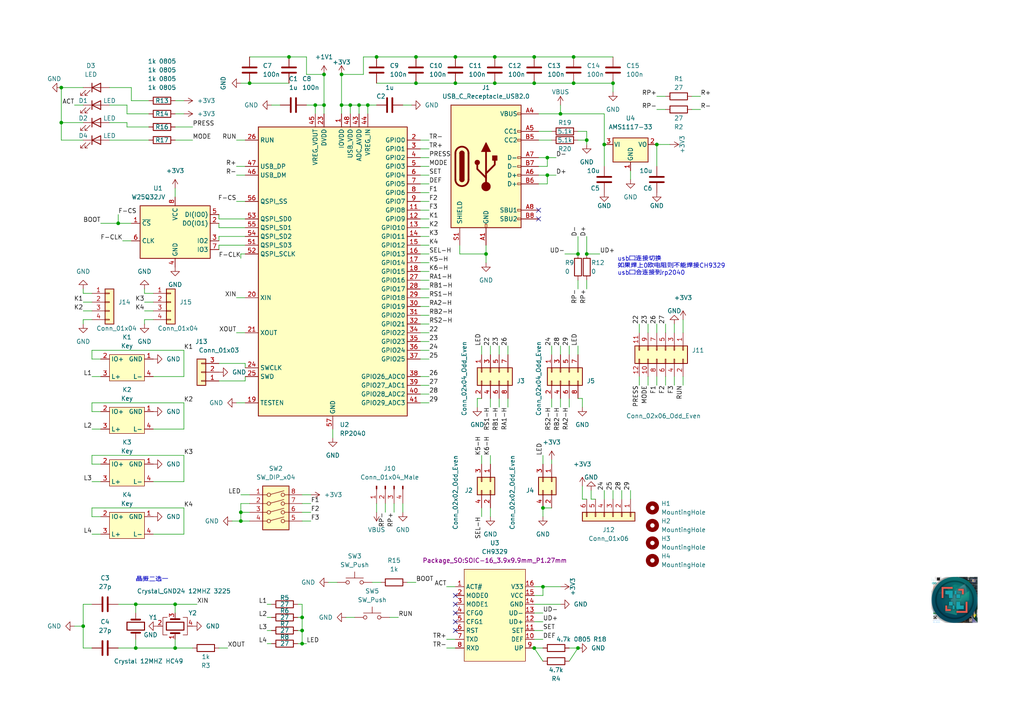
<source format=kicad_sch>
(kicad_sch (version 20211123) (generator eeschema)
  (paper "A4")
  (title_block (title "RKD-TypeC") (date "2023-02-04") (rev "37") (company "PCX-LK") (comment 1 "https://github.com/PCX-LK/RKD"))
  (junction (at 167.64 187.96))
  (junction (at 154.94 16.51))
  (junction (at 99.06 30.48))
  (junction (at 166.37 16.51))
  (junction (at 109.22 16.51))
  (junction (at 166.37 24.13))
  (junction (at 157.48 170.18))
  (junction (at 83.82 16.51))
  (junction (at 91.44 30.48))
  (junction (at 120.65 16.51))
  (junction (at 24.13 181.61))
  (junction (at 93.98 30.48))
  (junction (at 170.18 73.66))
  (junction (at 177.8 24.13))
  (junction (at 39.37 175.26))
  (junction (at 93.98 21.59))
  (junction (at 175.26 41.91))
  (junction (at 158.75 45.72))
  (junction (at 69.85 151.13))
  (junction (at 104.14 30.48))
  (junction (at 17.78 25.4))
  (junction (at 143.51 16.51))
  (junction (at 69.85 148.59))
  (junction (at 143.51 24.13))
  (junction (at 167.64 73.66))
  (junction (at 132.08 16.51))
  (junction (at 162.56 33.02))
  (junction (at 87.63 186.69))
  (junction (at 158.75 50.8))
  (junction (at 72.39 24.13))
  (junction (at 87.63 179.07))
  (junction (at 99.06 21.59))
  (junction (at 87.63 182.88))
  (junction (at 170.18 40.64))
  (junction (at 154.94 187.96))
  (junction (at 106.68 30.48))
  (junction (at 132.08 24.13))
  (junction (at 34.29 64.77))
  (junction (at 17.78 35.56))
  (junction (at 190.5 41.91))
  (junction (at 157.48 147.32))
  (junction (at 50.8 175.26))
  (junction (at 101.6 30.48))
  (junction (at 154.94 24.13))
  (junction (at 120.65 24.13))
  (junction (at 140.97 73.66))
  (junction (at 50.8 187.96))
  (junction (at 39.37 187.96))
  (no_connect (at 132.08 180.34))
  (no_connect (at 132.08 172.72))
  (no_connect (at 132.08 175.26))
  (no_connect (at 132.08 177.8))
  (no_connect (at 132.08 182.88))
  (no_connect (at 156.21 63.5))
  (no_connect (at 156.21 60.96))
  (wire (pts (xy 172.72 144.78) (xy 171.45 144.78)))
  (wire (pts (xy 29.21 149.86) (xy 26.67 149.86)))
  (wire (pts (xy 139.7 132.08) (xy 139.7 134.62)))
  (wire (pts (xy 109.22 146.05) (xy 109.22 148.59)))
  (wire (pts (xy 77.47 186.69) (xy 78.74 186.69)))
  (wire (pts (xy 170.18 38.1) (xy 170.18 40.64)))
  (wire (pts (xy 144.78 115.57) (xy 144.78 118.11)))
  (wire (pts (xy 63.5 64.77) (xy 63.5 66.04)))
  (wire (pts (xy 121.92 60.96) (xy 124.46 60.96)))
  (wire (pts (xy 121.92 88.9) (xy 124.46 88.9)))
  (wire (pts (xy 143.51 16.51) (xy 154.94 16.51)))
  (wire (pts (xy 167.64 38.1) (xy 170.18 38.1)))
  (wire (pts (xy 72.39 24.13) (xy 83.82 24.13)))
  (wire (pts (xy 87.63 143.51) (xy 90.17 143.51)))
  (wire (pts (xy 109.22 16.51) (xy 120.65 16.51)))
  (wire (pts (xy 166.37 24.13) (xy 177.8 24.13)))
  (wire (pts (xy 26.67 85.09) (xy 24.13 85.09)))
  (wire (pts (xy 26.67 104.14) (xy 26.67 101.6)))
  (wire (pts (xy 88.9 21.59) (xy 93.98 21.59)))
  (wire (pts (xy 63.5 105.41) (xy 71.12 105.41)))
  (wire (pts (xy 50.8 187.96) (xy 55.88 187.96)))
  (wire (pts (xy 140.97 71.12) (xy 140.97 73.66)))
  (wire (pts (xy 86.36 182.88) (xy 87.63 182.88)))
  (wire (pts (xy 36.83 33.02) (xy 43.18 33.02)))
  (wire (pts (xy 53.34 154.94) (xy 44.45 154.94)))
  (wire (pts (xy 63.5 71.12) (xy 71.12 71.12)))
  (wire (pts (xy 67.31 151.13) (xy 69.85 151.13)))
  (wire (pts (xy 87.63 182.88) (xy 87.63 179.07)))
  (wire (pts (xy 36.83 30.48) (xy 36.83 33.02)))
  (wire (pts (xy 142.24 149.86) (xy 142.24 147.32)))
  (wire (pts (xy 121.92 71.12) (xy 124.46 71.12)))
  (wire (pts (xy 140.97 73.66) (xy 140.97 76.2)))
  (wire (pts (xy 190.5 41.91) (xy 190.5 48.26)))
  (wire (pts (xy 162.56 30.48) (xy 162.56 33.02)))
  (wire (pts (xy 166.37 16.51) (xy 177.8 16.51)))
  (wire (pts (xy 195.58 109.22) (xy 195.58 111.76)))
  (wire (pts (xy 154.94 177.8) (xy 157.48 177.8)))
  (wire (pts (xy 63.5 63.5) (xy 71.12 63.5)))
  (wire (pts (xy 68.58 86.36) (xy 71.12 86.36)))
  (wire (pts (xy 142.24 100.33) (xy 142.24 102.87)))
  (wire (pts (xy 109.22 30.48) (xy 106.68 30.48)))
  (wire (pts (xy 99.06 21.59) (xy 105.41 21.59)))
  (wire (pts (xy 17.78 40.64) (xy 24.13 40.64)))
  (wire (pts (xy 114.3 146.05) (xy 114.3 148.59)))
  (wire (pts (xy 53.34 101.6) (xy 53.34 109.22)))
  (wire (pts (xy 50.8 175.26) (xy 57.15 175.26)))
  (wire (pts (xy 53.34 132.08) (xy 53.34 139.7)))
  (wire (pts (xy 105.41 21.59) (xy 105.41 16.51)))
  (wire (pts (xy 29.21 139.7) (xy 26.67 139.7)))
  (wire (pts (xy 157.48 147.32) (xy 160.02 147.32)))
  (wire (pts (xy 162.56 100.33) (xy 162.56 102.87)))
  (wire (pts (xy 121.92 83.82) (xy 124.46 83.82)))
  (wire (pts (xy 190.5 41.91) (xy 194.31 41.91)))
  (wire (pts (xy 29.21 109.22) (xy 26.67 109.22)))
  (wire (pts (xy 120.65 16.51) (xy 132.08 16.51)))
  (wire (pts (xy 147.32 100.33) (xy 147.32 102.87)))
  (wire (pts (xy 158.75 48.26) (xy 156.21 48.26)))
  (wire (pts (xy 39.37 187.96) (xy 39.37 185.42)))
  (wire (pts (xy 162.56 170.18) (xy 157.48 170.18)))
  (wire (pts (xy 71.12 68.58) (xy 63.5 68.58)))
  (wire (pts (xy 29.21 134.62) (xy 26.67 134.62)))
  (wire (pts (xy 71.12 73.66) (xy 69.85 73.66)))
  (wire (pts (xy 147.32 115.57) (xy 147.32 118.11)))
  (wire (pts (xy 17.78 35.56) (xy 17.78 40.64)))
  (wire (pts (xy 180.34 142.24) (xy 180.34 144.78)))
  (wire (pts (xy 63.5 187.96) (xy 66.04 187.96)))
  (wire (pts (xy 68.58 40.64) (xy 71.12 40.64)))
  (wire (pts (xy 86.36 175.26) (xy 87.63 175.26)))
  (wire (pts (xy 182.88 142.24) (xy 182.88 144.78)))
  (wire (pts (xy 198.12 92.71) (xy 198.12 96.52)))
  (wire (pts (xy 26.67 92.71) (xy 24.13 92.71)))
  (wire (pts (xy 121.92 58.42) (xy 124.46 58.42)))
  (wire (pts (xy 162.56 115.57) (xy 162.56 118.11)))
  (wire (pts (xy 50.8 54.61) (xy 50.8 57.15)))
  (wire (pts (xy 121.92 48.26) (xy 124.46 48.26)))
  (wire (pts (xy 182.88 49.53) (xy 182.88 52.07)))
  (wire (pts (xy 41.91 90.17) (xy 44.45 90.17)))
  (wire (pts (xy 156.21 45.72) (xy 158.75 45.72)))
  (wire (pts (xy 170.18 81.28) (xy 170.18 83.82)))
  (wire (pts (xy 106.68 30.48) (xy 106.68 33.02)))
  (wire (pts (xy 41.91 92.71) (xy 41.91 93.98)))
  (wire (pts (xy 50.8 33.02) (xy 53.34 33.02)))
  (wire (pts (xy 83.82 16.51) (xy 88.9 16.51)))
  (wire (pts (xy 24.13 85.09) (xy 24.13 83.82)))
  (wire (pts (xy 111.76 146.05) (xy 111.76 148.59)))
  (wire (pts (xy 87.63 148.59) (xy 90.17 148.59)))
  (wire (pts (xy 63.5 66.04) (xy 71.12 66.04)))
  (wire (pts (xy 142.24 132.08) (xy 142.24 134.62)))
  (wire (pts (xy 44.45 92.71) (xy 41.91 92.71)))
  (wire (pts (xy 99.06 21.59) (xy 99.06 30.48)))
  (wire (pts (xy 69.85 146.05) (xy 69.85 148.59)))
  (wire (pts (xy 88.9 16.51) (xy 88.9 21.59)))
  (wire (pts (xy 87.63 175.26) (xy 87.63 179.07)))
  (wire (pts (xy 171.45 144.78) (xy 171.45 142.24)))
  (wire (pts (xy 26.67 119.38) (xy 26.67 116.84)))
  (wire (pts (xy 158.75 45.72) (xy 161.29 45.72)))
  (wire (pts (xy 36.83 35.56) (xy 36.83 36.83)))
  (wire (pts (xy 104.14 30.48) (xy 106.68 30.48)))
  (wire (pts (xy 69.85 151.13) (xy 72.39 151.13)))
  (wire (pts (xy 24.13 30.48) (xy 21.59 30.48)))
  (wire (pts (xy 116.84 146.05) (xy 116.84 148.59)))
  (wire (pts (xy 121.92 116.84) (xy 124.46 116.84)))
  (wire (pts (xy 107.95 168.91) (xy 110.49 168.91)))
  (wire (pts (xy 121.92 55.88) (xy 124.46 55.88)))
  (wire (pts (xy 39.37 187.96) (xy 50.8 187.96)))
  (wire (pts (xy 87.63 186.69) (xy 88.9 186.69)))
  (wire (pts (xy 53.34 29.21) (xy 50.8 29.21)))
  (wire (pts (xy 121.92 45.72) (xy 124.46 45.72)))
  (wire (pts (xy 121.92 111.76) (xy 124.46 111.76)))
  (wire (pts (xy 63.5 63.5) (xy 63.5 62.23)))
  (wire (pts (xy 154.94 175.26) (xy 162.56 175.26)))
  (wire (pts (xy 121.92 81.28) (xy 124.46 81.28)))
  (wire (pts (xy 168.91 140.97) (xy 168.91 144.78)))
  (wire (pts (xy 78.74 30.48) (xy 81.28 30.48)))
  (wire (pts (xy 69.85 73.66) (xy 69.85 74.93)))
  (wire (pts (xy 41.91 87.63) (xy 44.45 87.63)))
  (wire (pts (xy 17.78 35.56) (xy 24.13 35.56)))
  (wire (pts (xy 170.18 73.66) (xy 173.99 73.66)))
  (wire (pts (xy 53.34 139.7) (xy 44.45 139.7)))
  (wire (pts (xy 69.85 24.13) (xy 72.39 24.13)))
  (wire (pts (xy 93.98 21.59) (xy 93.98 30.48)))
  (wire (pts (xy 198.12 109.22) (xy 198.12 111.76)))
  (wire (pts (xy 26.67 101.6) (xy 53.34 101.6)))
  (wire (pts (xy 86.36 179.07) (xy 87.63 179.07)))
  (wire (pts (xy 129.54 170.18) (xy 132.08 170.18)))
  (wire (pts (xy 154.94 170.18) (xy 157.48 170.18)))
  (wire (pts (xy 190.5 109.22) (xy 190.5 111.76)))
  (wire (pts (xy 121.92 91.44) (xy 124.46 91.44)))
  (wire (pts (xy 157.48 149.86) (xy 157.48 147.32)))
  (wire (pts (xy 50.8 40.64) (xy 55.88 40.64)))
  (wire (pts (xy 29.21 64.77) (xy 34.29 64.77)))
  (wire (pts (xy 29.21 154.94) (xy 26.67 154.94)))
  (wire (pts (xy 129.54 185.42) (xy 132.08 185.42)))
  (wire (pts (xy 50.8 175.26) (xy 50.8 177.8)))
  (wire (pts (xy 71.12 109.22) (xy 71.12 110.49)))
  (wire (pts (xy 105.41 16.51) (xy 109.22 16.51)))
  (wire (pts (xy 200.66 27.94) (xy 203.2 27.94)))
  (wire (pts (xy 71.12 105.41) (xy 71.12 106.68)))
  (wire (pts (xy 96.52 124.46) (xy 96.52 127)))
  (wire (pts (xy 24.13 90.17) (xy 26.67 90.17)))
  (wire (pts (xy 132.08 24.13) (xy 143.51 24.13)))
  (wire (pts (xy 143.51 24.13) (xy 154.94 24.13)))
  (wire (pts (xy 104.14 30.48) (xy 104.14 33.02)))
  (wire (pts (xy 157.48 182.88) (xy 154.94 182.88)))
  (wire (pts (xy 185.42 93.98) (xy 185.42 96.52)))
  (wire (pts (xy 129.54 187.96) (xy 132.08 187.96)))
  (wire (pts (xy 160.02 115.57) (xy 160.02 118.11)))
  (wire (pts (xy 101.6 30.48) (xy 104.14 30.48)))
  (wire (pts (xy 53.34 124.46) (xy 44.45 124.46)))
  (wire (pts (xy 165.1 115.57) (xy 165.1 118.11)))
  (wire (pts (xy 109.22 24.13) (xy 120.65 24.13)))
  (wire (pts (xy 31.75 30.48) (xy 36.83 30.48)))
  (wire (pts (xy 121.92 63.5) (xy 124.46 63.5)))
  (wire (pts (xy 154.94 187.96) (xy 157.48 191.77)))
  (wire (pts (xy 162.56 33.02) (xy 175.26 33.02)))
  (wire (pts (xy 121.92 78.74) (xy 124.46 78.74)))
  (wire (pts (xy 121.92 99.06) (xy 124.46 99.06)))
  (wire (pts (xy 156.21 33.02) (xy 162.56 33.02)))
  (wire (pts (xy 39.37 175.26) (xy 50.8 175.26)))
  (wire (pts (xy 157.48 132.08) (xy 157.48 134.62)))
  (wire (pts (xy 193.04 109.22) (xy 193.04 111.76)))
  (wire (pts (xy 63.5 72.39) (xy 63.5 71.12)))
  (wire (pts (xy 88.9 30.48) (xy 91.44 30.48)))
  (wire (pts (xy 165.1 191.77) (xy 167.64 187.96)))
  (wire (pts (xy 17.78 25.4) (xy 17.78 35.56)))
  (wire (pts (xy 87.63 146.05) (xy 90.17 146.05)))
  (wire (pts (xy 38.1 29.21) (xy 38.1 25.4)))
  (wire (pts (xy 158.75 50.8) (xy 161.29 50.8)))
  (wire (pts (xy 177.8 142.24) (xy 177.8 144.78)))
  (wire (pts (xy 158.75 45.72) (xy 158.75 48.26)))
  (wire (pts (xy 99.06 30.48) (xy 101.6 30.48)))
  (wire (pts (xy 200.66 31.75) (xy 203.2 31.75)))
  (wire (pts (xy 160.02 133.35) (xy 160.02 134.62)))
  (wire (pts (xy 68.58 50.8) (xy 71.12 50.8)))
  (wire (pts (xy 154.94 187.96) (xy 157.48 187.96)))
  (wire (pts (xy 154.94 16.51) (xy 166.37 16.51)))
  (wire (pts (xy 177.8 24.13) (xy 177.8 26.67)))
  (wire (pts (xy 69.85 148.59) (xy 72.39 148.59)))
  (wire (pts (xy 154.94 185.42) (xy 157.48 185.42)))
  (wire (pts (xy 139.7 100.33) (xy 139.7 102.87)))
  (wire (pts (xy 24.13 175.26) (xy 24.13 181.61)))
  (wire (pts (xy 26.67 149.86) (xy 26.67 147.32)))
  (wire (pts (xy 163.83 73.66) (xy 167.64 73.66)))
  (wire (pts (xy 121.92 68.58) (xy 124.46 68.58)))
  (wire (pts (xy 175.26 41.91) (xy 175.26 48.26)))
  (wire (pts (xy 187.96 93.98) (xy 187.96 96.52)))
  (wire (pts (xy 154.94 172.72) (xy 157.48 172.72)))
  (wire (pts (xy 26.67 175.26) (xy 24.13 175.26)))
  (wire (pts (xy 69.85 148.59) (xy 69.85 151.13)))
  (wire (pts (xy 175.26 33.02) (xy 175.26 41.91)))
  (wire (pts (xy 121.92 101.6) (xy 124.46 101.6)))
  (wire (pts (xy 165.1 100.33) (xy 165.1 102.87)))
  (wire (pts (xy 113.03 179.07) (xy 115.57 179.07)))
  (wire (pts (xy 121.92 73.66) (xy 124.46 73.66)))
  (wire (pts (xy 31.75 35.56) (xy 36.83 35.56)))
  (wire (pts (xy 17.78 25.4) (xy 24.13 25.4)))
  (wire (pts (xy 39.37 175.26) (xy 39.37 177.8)))
  (wire (pts (xy 168.91 115.57) (xy 168.91 118.11)))
  (wire (pts (xy 132.08 16.51) (xy 143.51 16.51)))
  (wire (pts (xy 72.39 16.51) (xy 83.82 16.51)))
  (wire (pts (xy 170.18 68.58) (xy 170.18 73.66)))
  (wire (pts (xy 77.47 179.07) (xy 78.74 179.07)))
  (wire (pts (xy 34.29 64.77) (xy 38.1 64.77)))
  (wire (pts (xy 170.18 40.64) (xy 170.18 41.91)))
  (wire (pts (xy 68.58 96.52) (xy 71.12 96.52)))
  (wire (pts (xy 167.64 68.58) (xy 167.64 73.66)))
  (wire (pts (xy 91.44 30.48) (xy 91.44 33.02)))
  (wire (pts (xy 99.06 33.02) (xy 99.06 30.48)))
  (wire (pts (xy 142.24 115.57) (xy 142.24 118.11)))
  (wire (pts (xy 36.83 36.83) (xy 43.18 36.83)))
  (wire (pts (xy 41.91 83.82) (xy 41.91 85.09)))
  (wire (pts (xy 87.63 186.69) (xy 87.63 182.88)))
  (wire (pts (xy 167.64 81.28) (xy 167.64 83.82)))
  (wire (pts (xy 26.67 147.32) (xy 53.34 147.32)))
  (wire (pts (xy 167.64 40.64) (xy 170.18 40.64)))
  (wire (pts (xy 95.25 168.91) (xy 97.79 168.91)))
  (wire (pts (xy 53.34 116.84) (xy 53.34 124.46)))
  (wire (pts (xy 121.92 43.18) (xy 124.46 43.18)))
  (wire (pts (xy 69.85 146.05) (xy 72.39 146.05)))
  (wire (pts (xy 21.59 181.61) (xy 24.13 181.61)))
  (wire (pts (xy 167.64 115.57) (xy 168.91 115.57)))
  (wire (pts (xy 77.47 175.26) (xy 78.74 175.26)))
  (wire (pts (xy 63.5 110.49) (xy 71.12 110.49)))
  (wire (pts (xy 139.7 115.57) (xy 138.43 115.57)))
  (wire (pts (xy 86.36 186.69) (xy 87.63 186.69)))
  (wire (pts (xy 121.92 93.98) (xy 124.46 93.98)))
  (wire (pts (xy 121.92 76.2) (xy 124.46 76.2)))
  (wire (pts (xy 34.29 62.23) (xy 34.29 64.77)))
  (wire (pts (xy 133.35 73.66) (xy 140.97 73.66)))
  (wire (pts (xy 120.65 24.13) (xy 132.08 24.13)))
  (wire (pts (xy 34.29 187.96) (xy 39.37 187.96)))
  (wire (pts (xy 35.56 69.85) (xy 38.1 69.85)))
  (wire (pts (xy 121.92 40.64) (xy 124.46 40.64)))
  (wire (pts (xy 77.47 182.88) (xy 78.74 182.88)))
  (wire (pts (xy 53.34 147.32) (xy 53.34 154.94)))
  (wire (pts (xy 139.7 149.86) (xy 139.7 147.32)))
  (wire (pts (xy 133.35 71.12) (xy 133.35 73.66)))
  (wire (pts (xy 187.96 109.22) (xy 187.96 111.76)))
  (wire (pts (xy 154.94 24.13) (xy 166.37 24.13)))
  (wire (pts (xy 154.94 180.34) (xy 157.48 180.34)))
  (wire (pts (xy 121.92 50.8) (xy 124.46 50.8)))
  (wire (pts (xy 43.18 29.21) (xy 38.1 29.21)))
  (wire (pts (xy 29.21 119.38) (xy 26.67 119.38)))
  (wire (pts (xy 69.85 143.51) (xy 72.39 143.51)))
  (wire (pts (xy 157.48 172.72) (xy 157.48 170.18)))
  (wire (pts (xy 185.42 109.22) (xy 185.42 111.76)))
  (wire (pts (xy 29.21 104.14) (xy 26.67 104.14)))
  (wire (pts (xy 50.8 36.83) (xy 55.88 36.83)))
  (wire (pts (xy 190.5 31.75) (xy 193.04 31.75)))
  (wire (pts (xy 121.92 109.22) (xy 124.46 109.22)))
  (wire (pts (xy 156.21 40.64) (xy 160.02 40.64)))
  (wire (pts (xy 24.13 87.63) (xy 26.67 87.63)))
  (wire (pts (xy 63.5 68.58) (xy 63.5 69.85)))
  (wire (pts (xy 168.91 144.78) (xy 170.18 144.78)))
  (wire (pts (xy 156.21 38.1) (xy 160.02 38.1)))
  (wire (pts (xy 144.78 100.33) (xy 144.78 102.87)))
  (wire (pts (xy 118.11 168.91) (xy 120.65 168.91)))
  (wire (pts (xy 24.13 181.61) (xy 24.13 187.96)))
  (wire (pts (xy 31.75 25.4) (xy 38.1 25.4)))
  (wire (pts (xy 24.13 92.71) (xy 24.13 93.98)))
  (wire (pts (xy 193.04 93.98) (xy 193.04 96.52)))
  (wire (pts (xy 190.5 27.94) (xy 193.04 27.94)))
  (wire (pts (xy 190.5 93.98) (xy 190.5 96.52)))
  (wire (pts (xy 165.1 187.96) (xy 167.64 187.96)))
  (wire (pts (xy 121.92 114.3) (xy 124.46 114.3)))
  (wire (pts (xy 195.58 93.98) (xy 195.58 96.52)))
  (wire (pts (xy 93.98 33.02) (xy 93.98 30.48)))
  (wire (pts (xy 160.02 100.33) (xy 160.02 102.87)))
  (wire (pts (xy 34.29 175.26) (xy 39.37 175.26)))
  (wire (pts (xy 121.92 66.04) (xy 124.46 66.04)))
  (wire (pts (xy 116.84 30.48) (xy 119.38 30.48)))
  (wire (pts (xy 101.6 30.48) (xy 101.6 33.02)))
  (wire (pts (xy 68.58 48.26) (xy 71.12 48.26)))
  (wire (pts (xy 50.8 185.42) (xy 50.8 187.96)))
  (wire (pts (xy 138.43 115.57) (xy 138.43 118.11)))
  (wire (pts (xy 156.21 50.8) (xy 158.75 50.8)))
  (wire (pts (xy 68.58 116.84) (xy 71.12 116.84)))
  (wire (pts (xy 93.98 30.48) (xy 91.44 30.48)))
  (wire (pts (xy 158.75 53.34) (xy 156.21 53.34)))
  (wire (pts (xy 41.91 85.09) (xy 44.45 85.09)))
  (wire (pts (xy 121.92 96.52) (xy 124.46 96.52)))
  (wire (pts (xy 87.63 151.13) (xy 90.17 151.13)))
  (wire (pts (xy 26.67 132.08) (xy 53.34 132.08)))
  (wire (pts (xy 26.67 134.62) (xy 26.67 132.08)))
  (wire (pts (xy 31.75 40.64) (xy 43.18 40.64)))
  (wire (pts (xy 29.21 124.46) (xy 26.67 124.46)))
  (wire (pts (xy 167.64 100.33) (xy 167.64 102.87)))
  (wire (pts (xy 26.67 116.84) (xy 53.34 116.84)))
  (wire (pts (xy 121.92 104.14) (xy 124.46 104.14)))
  (wire (pts (xy 68.58 58.42) (xy 71.12 58.42)))
  (wire (pts (xy 121.92 53.34) (xy 124.46 53.34)))
  (wire (pts (xy 24.13 187.96) (xy 26.67 187.96)))
  (wire (pts (xy 100.33 179.07) (xy 102.87 179.07)))
  (wire (pts (xy 121.92 86.36) (xy 124.46 86.36)))
  (wire (pts (xy 175.26 142.24) (xy 175.26 144.78)))
  (wire (pts (xy 53.34 109.22) (xy 44.45 109.22)))
  (wire (pts (xy 158.75 50.8) (xy 158.75 53.34)))
  (image (at 276.86 173.99) (scale 0.145832))
  (text "usb口连接切换\n如果焊上0欧电阻则不能焊接CH9329\nusb口会连接到rp2040" (at 179.07 80.01 0) (effects (font (size 1.27 1.27)) (justify left bottom)))
  (text "晶振二选一" (at 39.37 168.91 0) (effects (font (size 1.27 1.27)) (justify left bottom)))
  (label "RUN" (at 68.58 40.64 180))
  (label "22" (at 142.24 100.33 90))
  (label "L3" (at 77.47 182.88 180))
  (label "R-" (at 203.2 31.75 0))
  (label "24" (at 175.26 142.24 90))
  (label "BOOT" (at 29.21 64.77 180))
  (label "RB2-H" (at 162.56 118.11 270))
  (label "29" (at 165.1 100.33 90))
  (label "UD+" (at 173.99 73.66 0))
  (label "PRESS" (at 55.88 36.83 0))
  (label "RS2-H" (at 160.02 118.11 270))
  (label "K4" (at 41.91 90.17 180))
  (label "F1" (at 124.46 55.88 0))
  (label "RP+" (at 190.5 27.94 180))
  (label "22" (at 185.42 93.98 90))
  (label "25" (at 124.46 104.14 0))
  (label "R-" (at 68.58 50.8 180))
  (label "RA2-H" (at 124.46 88.9 0))
  (label "K6-H" (at 142.24 132.08 90))
  (label "RA1-H" (at 124.46 81.28 0))
  (label "F1" (at 90.17 146.05 0))
  (label "K2" (at 124.46 66.04 0))
  (label "27" (at 193.04 93.98 90))
  (label "L2" (at 77.47 179.07 180))
  (label "PRESS" (at 124.46 45.72 0))
  (label "RP-" (at 111.76 148.59 270))
  (label "28" (at 162.56 100.33 90))
  (label "RP+" (at 170.18 83.82 270))
  (label "UD-" (at 163.83 73.66 180))
  (label "LED" (at 88.9 186.69 0))
  (label "RP+" (at 114.3 148.59 270))
  (label "24" (at 160.02 100.33 90))
  (label "TR+" (at 124.46 43.18 0))
  (label "22" (at 124.46 96.52 0))
  (label "RB1-H" (at 124.46 83.82 0))
  (label "F-CS" (at 68.58 58.42 180))
  (label "RA1-H" (at 147.32 118.11 270))
  (label "BOOT" (at 120.65 168.91 0))
  (label "28" (at 124.46 114.3 0))
  (label "LED" (at 139.7 100.33 90))
  (label "K4" (at 53.34 147.32 0))
  (label "UD+" (at 157.48 180.34 0))
  (label "R+" (at 203.2 27.94 0))
  (label "XOUT" (at 68.58 96.52 180))
  (label "K3" (at 53.34 132.08 0))
  (label "26" (at 124.46 109.22 0))
  (label "F3" (at 124.46 60.96 0))
  (label "K5-H" (at 139.7 132.08 90))
  (label "RB1-H" (at 144.78 118.11 270))
  (label "K3" (at 41.91 87.63 180))
  (label "24" (at 124.46 101.6 0))
  (label "PRESS" (at 185.42 111.76 270))
  (label "RS1-H" (at 142.24 118.11 270))
  (label "SEL-H" (at 139.7 149.86 270))
  (label "L3" (at 26.67 139.7 180))
  (label "28" (at 180.34 142.24 90))
  (label "L4" (at 26.67 154.94 180))
  (label "27" (at 124.46 111.76 0))
  (label "F-CLK" (at 69.85 74.93 180))
  (label "29" (at 182.88 142.24 90))
  (label "23" (at 144.78 100.33 90))
  (label "XIN" (at 57.15 175.26 0))
  (label "K2" (at 53.34 116.84 0))
  (label "25" (at 177.8 142.24 90))
  (label "D+" (at 161.29 50.8 0))
  (label "DEF" (at 124.46 53.34 0))
  (label "K4" (at 124.46 71.12 0))
  (label "R+" (at 68.58 48.26 180))
  (label "F1" (at 190.5 111.76 270))
  (label "RS1-H" (at 124.46 86.36 0))
  (label "MODE" (at 187.96 111.76 270))
  (label "LED" (at 167.64 100.33 90))
  (label "SET" (at 157.48 182.88 0))
  (label "UD-" (at 157.48 177.8 0))
  (label "K1" (at 124.46 63.5 0))
  (label "F-CLK" (at 35.56 69.85 180))
  (label "26" (at 147.32 100.33 90))
  (label "SEL-H" (at 124.46 73.66 0))
  (label "DEF" (at 157.48 185.42 0))
  (label "TR-" (at 129.54 187.96 180))
  (label "23" (at 187.96 93.98 90))
  (label "XOUT" (at 66.04 187.96 0))
  (label "F-CS" (at 34.29 62.23 0))
  (label "MODE" (at 124.46 48.26 0))
  (label "F2" (at 193.04 111.76 270))
  (label "K5-H" (at 124.46 76.2 0))
  (label "F3" (at 195.58 111.76 270))
  (label "F2" (at 124.46 58.42 0))
  (label "MODE" (at 55.88 40.64 0))
  (label "K3" (at 124.46 68.58 0))
  (label "K2" (at 24.13 90.17 180))
  (label "ACT" (at 129.54 170.18 180))
  (label "RS2-H" (at 124.46 93.98 0))
  (label "D-" (at 161.29 45.72 0))
  (label "TR-" (at 124.46 40.64 0))
  (label "RP-" (at 190.5 31.75 180))
  (label "29" (at 124.46 116.84 0))
  (label "SET" (at 124.46 50.8 0))
  (label "L1" (at 26.67 109.22 180))
  (label "F3" (at 90.17 151.13 0))
  (label "RP-" (at 167.64 83.82 270))
  (label "K1" (at 24.13 87.63 180))
  (label "L2" (at 26.67 124.46 180))
  (label "RB2-H" (at 124.46 91.44 0))
  (label "23" (at 124.46 99.06 0))
  (label "K6-H" (at 124.46 78.74 0))
  (label "D+" (at 170.18 68.58 90))
  (label "L1" (at 77.47 175.26 180))
  (label "LED" (at 157.48 132.08 90))
  (label "D-" (at 167.64 68.58 90))
  (label "F2" (at 90.17 148.59 0))
  (label "L4" (at 77.47 186.69 180))
  (label "RUN" (at 115.57 179.07 0))
  (label "XIN" (at 68.58 86.36 180))
  (label "26" (at 190.5 93.98 90))
  (label "LED" (at 69.85 143.51 180))
  (label "RA2-H" (at 165.1 118.11 270))
  (label "TR+" (at 129.54 185.42 180))
  (label "RUN" (at 198.12 111.76 270))
  (label "K1" (at 53.34 101.6 0))
  (label "ACT" (at 21.59 30.48 180))
  (symbol (lib_id "Device:R") (at 196.85 31.75 270) (unit 1)
    (property "Reference" "R2" (at 196.85 36.83 90))
    (property "Value" "27" (at 196.85 34.29 90))
    (property "Footprint" "Resistor_SMD:R_0805_2012Metric" (effects hide))
  )
  (symbol (lib_id "power:+1V1") (at 93.98 21.59 0) (unit 1)
    (property "Reference" "#PWR0109" (effects hide))
    (property "Value" "+1V1" (at 93.98 16.51 0))
  )
  (symbol (lib_id "power:+3V3") (at 53.34 29.21 270) (unit 1)
    (property "Reference" "#PWR04" (effects hide))
    (property "Value" "+3V3" (at 57.15 29.2101 90) (effects (justify left)))
  )
  (symbol (lib_id "power:GND") (at 44.45 149.86 90) (mirror x) (unit 1)
    (property "Reference" "#PWR0128" (effects hide))
    (property "Value" "GND" (at 48.26 149.8599 90) (effects (justify right)))
  )
  (symbol (lib_id "power:GND") (at 167.64 187.96 90) (unit 1)
    (property "Reference" "#PWR0114" (effects hide))
    (property "Value" "GND" (at 171.45 187.9599 90) (effects (justify right)))
  )
  (symbol (lib_id "Device:R") (at 46.99 29.21 90) (unit 1)
    (property "Reference" "R13" (at 46.99 29.21 90))
    (property "Value" "1k 0805" (at 46.99 17.78 90))
    (property "Footprint" "Resistor_SMD:R_0805_2012Metric" (effects hide))
  )
  (symbol (lib_id "Device:C") (at 83.82 20.32 180) (unit 1)
    (property "Reference" "C8" (at 87.63 22.86 0) (effects (justify right)))
    (property "Value" "100n" (at 87.63 25.4 0) (effects (justify right)))
    (property "Footprint" "Capacitor_SMD:C_0805_2012Metric" (effects hide))
  )
  (symbol (lib_id "Switch:SW_Push") (at 107.95 179.07 0) (unit 1)
    (property "Reference" "SW5" (at 107.95 171.45 0))
    (property "Value" "SW_Push" (at 107.95 173.99 0))
    (property "Footprint" "Button_Switch_SMD:SW_Push_1P1T_NO_6x6mm_H9.5mm" (effects hide))
  )
  (symbol (lib_id "Device:R") (at 114.3 168.91 90) (unit 1)
    (property "Reference" "R15" (at 114.3 162.56 90))
    (property "Value" "1k" (at 114.3 165.1 90))
    (property "Footprint" "Resistor_SMD:R_0805_2012Metric" (effects hide))
  )
  (symbol (lib_id "Mechanical:MountingHole") (at 189.23 147.32 0) (unit 1)
    (property "Reference" "H1" (at 191.77 146.0499 0) (effects (justify left)))
    (property "Value" "MountingHole" (at 191.77 148.5899 0) (effects (justify left)))
    (property "Footprint" "foot:HO" (effects hide))
  )
  (symbol (lib_id "power:GND") (at 95.25 168.91 270) (unit 1)
    (property "Reference" "#PWR0141" (effects hide))
    (property "Value" "GND" (at 91.44 168.9099 90) (effects (justify right)))
  )
  (symbol (lib_id "Connector_Generic:Conn_01x06") (at 177.8 149.86 270) (unit 1)
    (property "Reference" "J12" (at 176.53 153.67 90))
    (property "Value" "Conn_01x06" (at 176.53 156.21 90))
    (property "Footprint" "Connector_PinHeader_2.54mm:PinHeader_1x06_P2.54mm_Vertical" (effects hide))
  )
  (symbol (lib_id "power:+3V3") (at 99.06 21.59 0) (unit 1)
    (property "Reference" "#PWR0110" (effects hide))
    (property "Value" "+3V3" (at 99.06 18.034 0))
  )
  (symbol (lib_name "Key_3") (lib_id "Key:Key") (at 36.83 152.4 0) (unit 1)
    (property "Reference" "K4" (at 36.83 143.51 0))
    (property "Value" "Key" (at 36.83 146.05 0))
    (property "Footprint" "foot:Key" (effects hide))
  )
  (symbol (lib_id "Device:C") (at 30.48 175.26 90) (unit 1)
    (property "Reference" "C3" (at 30.48 167.64 90))
    (property "Value" "27p" (at 30.48 170.18 90))
    (property "Footprint" "Capacitor_SMD:C_0805_2012Metric" (effects hide))
  )
  (symbol (lib_id "power:GND") (at 50.8 77.47 0) (unit 1)
    (property "Reference" "#PWR0107" (effects hide))
    (property "Value" "GND" (at 50.8 82.55 0))
  )
  (symbol (lib_id "Device:C") (at 109.22 20.32 0) (unit 1)
    (property "Reference" "C9" (at 113.03 19.0499 0) (effects (justify left)))
    (property "Value" "100n" (at 113.03 21.5899 0) (effects (justify left)))
    (property "Footprint" "Capacitor_SMD:C_0805_2012Metric" (effects hide))
  )
  (symbol (lib_id "power:GND") (at 175.26 55.88 0) (mirror y) (unit 1)
    (property "Reference" "#PWR0102" (effects hide))
    (property "Value" "GND" (at 175.26 59.69 0))
  )
  (symbol (lib_id "power:+3V3") (at 160.02 133.35 0) (mirror y) (unit 1)
    (property "Reference" "#PWR0129" (effects hide))
    (property "Value" "+3V3" (at 160.02 128.27 0))
  )
  (symbol (lib_id "Device:R") (at 163.83 40.64 90) (unit 1)
    (property "Reference" "R20" (at 163.83 43.18 90))
    (property "Value" "5.1k" (at 163.83 40.64 90))
    (property "Footprint" "Resistor_SMD:R_0805_2012Metric" (effects hide))
  )
  (symbol (lib_id "Connector:USB_C_Receptacle_USB2.0") (at 140.97 48.26 0) (unit 1)
    (property "Reference" "J1" (at 140.97 25.4 0))
    (property "Value" "USB_C_Receptacle_USB2.0" (at 140.97 27.94 0))
    (property "Footprint" "Connector_USB:USB_C_Receptacle_HRO_TYPE-C-31-M-12" (effects hide))
    (property "Datasheet" "https://www.usb.org/sites/default/files/documents/usb_type-c.zip" (effects hide))
  )
  (symbol (lib_id "power:+3V3") (at 53.34 33.02 270) (unit 1)
    (property "Reference" "#PWR0122" (effects hide))
    (property "Value" "+3V3" (at 57.15 33.0201 90) (effects (justify left)))
  )
  (symbol (lib_id "Device:LED") (at 27.94 30.48 0) (unit 1)
    (property "Reference" "D1" (at 24.13 29.21 0))
    (property "Value" "LED" (at 31.75 29.21 0))
    (property "Footprint" "foot:L1206" (effects hide))
  )
  (symbol (lib_name "Key_3") (lib_id "Key:Key") (at 36.83 137.16 0) (unit 1)
    (property "Reference" "K3" (at 36.83 128.27 0))
    (property "Value" "Key" (at 36.83 130.81 0))
    (property "Footprint" "foot:Key" (effects hide))
  )
  (symbol (lib_id "Memory_Flash:W25Q32JVSS") (at 50.8 67.31 0) (unit 1)
    (property "Reference" "U1" (at 44.45 54.61 0) (effects (justify left)))
    (property "Value" "W25Q32JV" (at 38.1 57.15 0) (effects (justify left)))
    (property "Footprint" "Package_SO:SOIC-8_5.23x5.23mm_P1.27mm" (effects hide))
    (property "Datasheet" "http://www.winbond.com/resource-files/w25q32jv%20revg%2003272018%20plus.pdf" (effects hide))
  )
  (symbol (lib_id "power:GND") (at 177.8 26.67 0) (unit 1)
    (property "Reference" "#PWR0121" (effects hide))
    (property "Value" "GND" (at 177.8 31.75 0))
  )
  (symbol (lib_id "power:GND") (at 138.43 118.11 0) (unit 1)
    (property "Reference" "#PWR0124" (effects hide))
    (property "Value" "GND" (at 138.43 123.19 0))
  )
  (symbol (lib_id "power:GND") (at 96.52 127 0) (unit 1)
    (property "Reference" "#PWR0119" (effects hide))
    (property "Value" "GND" (at 96.52 132.08 0))
  )
  (symbol (lib_id "power:GND") (at 41.91 93.98 0) (unit 1)
    (property "Reference" "#PWR08" (effects hide))
    (property "Value" "GND" (at 41.91 99.06 0))
  )
  (symbol (lib_id "power:+3V3") (at 198.12 92.71 0) (unit 1)
    (property "Reference" "#PWR0125" (effects hide))
    (property "Value" "+3V3" (at 198.12 86.36 0))
  )
  (symbol (lib_id "Mechanical:MountingHole") (at 189.23 162.56 0) (unit 1)
    (property "Reference" "H4" (at 191.77 161.2899 0) (effects (justify left)))
    (property "Value" "MountingHole" (at 191.77 163.8299 0) (effects (justify left)))
    (property "Footprint" "foot:HO" (effects hide))
  )
  (symbol (lib_id "power:GND") (at 140.97 76.2 0) (unit 1)
    (property "Reference" "#PWR0104" (effects hide))
    (property "Value" "GND" (at 140.97 81.28 0))
  )
  (symbol (lib_id "Connector:Conn_01x04_Male") (at 111.76 140.97 90) (mirror x) (unit 1)
    (property "Reference" "J10" (at 113.03 135.89 90))
    (property "Value" "Conn_01x04_Male" (at 113.03 138.43 90))
    (property "Footprint" "foot:XH-7mm" (effects hide))
  )
  (symbol (lib_name "Key_3") (lib_id "Key:Key") (at 36.83 121.92 0) (unit 1)
    (property "Reference" "K2" (at 36.83 113.03 0))
    (property "Value" "Key" (at 36.83 115.57 0))
    (property "Footprint" "foot:Key" (effects hide))
  )
  (symbol (lib_id "power:GND") (at 195.58 93.98 180) (unit 1)
    (property "Reference" "#PWR0136" (effects hide))
    (property "Value" "GND" (at 195.58 90.17 0))
  )
  (symbol (lib_id "Device:C") (at 113.03 30.48 90) (unit 1)
    (property "Reference" "C2" (at 110.49 27.94 90))
    (property "Value" "1u" (at 113.03 25.4 90))
    (property "Footprint" "Capacitor_SMD:C_0805_2012Metric" (effects hide))
  )
  (symbol (lib_id "power:GND") (at 190.5 55.88 0) (mirror y) (unit 1)
    (property "Reference" "#PWR0105" (effects hide))
    (property "Value" "GND" (at 190.5 59.69 0))
  )
  (symbol (lib_id "MCU_RaspberryPi:RP2040") (at 96.52 78.74 0) (unit 1)
    (property "Reference" "U2" (at 98.5394 123.19 0) (effects (justify left)))
    (property "Value" "RP2040" (at 98.5394 125.73 0) (effects (justify left)))
    (property "Footprint" "foot:RP2040-QFN-56" (effects hide))
    (property "Datasheet" "https://datasheets.raspberrypi.com/rp2040/rp2040-datasheet.pdf" (effects hide))
  )
  (symbol (lib_id "Device:R") (at 161.29 187.96 90) (unit 1)
    (property "Reference" "R18" (at 173.99 185.42 90))
    (property "Value" "4.7k 0805" (at 166.37 185.42 90))
    (property "Footprint" "Resistor_SMD:R_0805_2012Metric" (effects hide))
  )
  (symbol (lib_id "power:GND") (at 157.48 149.86 0) (unit 1)
    (property "Reference" "#PWR0133" (effects hide))
    (property "Value" "GND" (at 157.48 154.94 0))
  )
  (symbol (lib_id "Switch:SW_Push") (at 102.87 168.91 0) (unit 1)
    (property "Reference" "SW3" (at 102.87 161.29 0))
    (property "Value" "SW_Push" (at 102.87 163.83 0))
    (property "Footprint" "Button_Switch_SMD:SW_Push_1P1T_NO_6x6mm_H9.5mm" (effects hide))
  )
  (symbol (lib_id "Device:C") (at 190.5 52.07 0) (unit 1)
    (property "Reference" "C6" (at 189.23 54.61 0) (effects (justify right)))
    (property "Value" "10u" (at 189.23 49.53 0) (effects (justify right)))
    (property "Footprint" "Capacitor_SMD:C_0805_2012Metric" (effects hide))
  )
  (symbol (lib_id "ch9329:CH9329") (at 143.51 177.8 0) (unit 1)
    (property "Reference" "U3" (at 143.51 157.48 0))
    (property "Value" "CH9329" (at 143.51 160.02 0))
    (property "Footprint" "Package_SO:SOIC-16_3.9x9.9mm_P1.27mm" (at 143.51 162.56 0))
  )
  (symbol (lib_id "Device:C") (at 175.26 52.07 0) (unit 1)
    (property "Reference" "C5" (at 173.99 54.61 0) (effects (justify right)))
    (property "Value" "10u" (at 173.99 49.53 0) (effects (justify right)))
    (property "Footprint" "Capacitor_SMD:C_0805_2012Metric" (effects hide))
  )
  (symbol (lib_id "power:+3V3") (at 50.8 54.61 0) (unit 1)
    (property "Reference" "#PWR01" (effects hide))
    (property "Value" "+3V3" (at 50.8 49.53 0))
  )
  (symbol (lib_id "Device:C") (at 143.51 20.32 0) (unit 1)
    (property "Reference" "C12" (at 147.32 19.0499 0) (effects (justify left)))
    (property "Value" "100n" (at 147.32 21.5899 0) (effects (justify left)))
    (property "Footprint" "Capacitor_SMD:C_0805_2012Metric" (effects hide))
  )
  (symbol (lib_id "Device:C") (at 166.37 20.32 0) (unit 1)
    (property "Reference" "C14" (at 170.18 19.0499 0) (effects (justify left)))
    (property "Value" "100n" (at 170.18 21.5899 0) (effects (justify left)))
    (property "Footprint" "Capacitor_SMD:C_0805_2012Metric" (effects hide))
  )
  (symbol (lib_id "Device:C") (at 177.8 20.32 0) (unit 1)
    (property "Reference" "C15" (at 181.61 19.0499 0) (effects (justify left)))
    (property "Value" "100n" (at 181.61 21.5899 0) (effects (justify left)))
    (property "Footprint" "Capacitor_SMD:C_0805_2012Metric" (effects hide))
  )
  (symbol (lib_id "Switch:SW_DIP_x04") (at 80.01 148.59 0) (unit 1)
    (property "Reference" "SW2" (at 80.01 135.89 0))
    (property "Value" "SW_DIP_x04" (at 80.01 138.43 0))
    (property "Footprint" "Button_Switch_THT:SW_DIP_SPSTx04_Slide_9.78x12.34mm_W7.62mm_P2.54mm" (effects hide))
  )
  (symbol (lib_id "power:GND") (at 21.59 181.61 270) (unit 1)
    (property "Reference" "#PWR0120" (effects hide))
    (property "Value" "GND" (at 17.78 181.6099 90) (effects (justify right)))
  )
  (symbol (lib_id "power:GND") (at 182.88 52.07 0) (unit 1)
    (property "Reference" "#PWR0101" (effects hide))
    (property "Value" "GND" (at 182.88 57.15 0))
  )
  (symbol (lib_id "Connector_Generic:Conn_01x04") (at 31.75 87.63 0) (unit 1)
    (property "Reference" "J14" (at 34.29 87.6299 0) (effects (justify left)))
    (property "Value" "Conn_01x04" (at 27.94 95.25 0) (effects (justify left)))
    (property "Footprint" "Connector_PinHeader_2.54mm:PinHeader_1x04_P2.54mm_Vertical" (effects hide))
  )
  (symbol (lib_id "Device:LED") (at 27.94 35.56 0) (unit 1)
    (property "Reference" "D2" (at 24.13 34.29 0))
    (property "Value" "LED" (at 31.75 34.29 0))
    (property "Footprint" "foot:L1206" (effects hide))
  )
  (symbol (lib_id "power:GND") (at 78.74 30.48 270) (unit 1)
    (property "Reference" "#PWR0112" (effects hide))
    (property "Value" "GND" (at 74.93 30.4799 90) (effects (justify right)))
  )
  (symbol (lib_id "power:GND") (at 162.56 175.26 90) (unit 1)
    (property "Reference" "#PWR0115" (effects hide))
    (property "Value" "GND" (at 166.37 175.2599 90) (effects (justify right)))
  )
  (symbol (lib_id "power:GND") (at 171.45 142.24 180) (unit 1)
    (property "Reference" "#PWR0137" (effects hide))
    (property "Value" "GND" (at 171.45 138.43 0))
  )
  (symbol (lib_id "Device:C") (at 132.08 20.32 0) (unit 1)
    (property "Reference" "C11" (at 135.89 19.0499 0) (effects (justify left)))
    (property "Value" "100n" (at 135.89 21.5899 0) (effects (justify left)))
    (property "Footprint" "Capacitor_SMD:C_0805_2012Metric" (effects hide))
  )
  (symbol (lib_id "power:GND") (at 44.45 134.62 90) (mirror x) (unit 1)
    (property "Reference" "#PWR0127" (effects hide))
    (property "Value" "GND" (at 48.26 134.6199 90) (effects (justify right)))
  )
  (symbol (lib_id "Connector_Generic:Conn_01x03") (at 58.42 107.95 180) (unit 1)
    (property "Reference" "J13" (at 58.42 99.06 0))
    (property "Value" "Conn_01x03" (at 63.5 101.6 0))
    (property "Footprint" "Connector_PinHeader_2.54mm:PinHeader_1x03_P2.54mm_Vertical" (effects hide))
  )
  (symbol (lib_id "Mechanical:MountingHole") (at 189.23 152.4 0) (unit 1)
    (property "Reference" "H2" (at 191.77 151.1299 0) (effects (justify left)))
    (property "Value" "MountingHole" (at 191.77 153.6699 0) (effects (justify left)))
    (property "Footprint" "foot:HO" (effects hide))
  )
  (symbol (lib_id "power:GND") (at 68.58 116.84 270) (unit 1)
    (property "Reference" "#PWR0111" (effects hide))
    (property "Value" "GND" (at 64.77 116.8399 90) (effects (justify right)))
  )
  (symbol (lib_id "Device:R") (at 82.55 182.88 90) (unit 1)
    (property "Reference" "R7" (at 82.55 180.975 90))
    (property "Value" "27" (at 82.55 182.88 90))
    (property "Footprint" "Resistor_SMD:R_0805_2012Metric" (effects hide))
  )
  (symbol (lib_id "power:VBUS") (at 162.56 30.48 0) (unit 1)
    (property "Reference" "#PWR0103" (effects hide))
    (property "Value" "VBUS" (at 162.56 26.67 0))
  )
  (symbol (lib_id "Device:LED") (at 27.94 40.64 0) (unit 1)
    (property "Reference" "D4" (at 24.13 39.37 0))
    (property "Value" "LED" (at 31.75 39.37 0))
    (property "Footprint" "foot:L1206" (effects hide))
  )
  (symbol (lib_id "Device:R") (at 82.55 186.69 90) (unit 1)
    (property "Reference" "R8" (at 82.55 184.785 90))
    (property "Value" "27" (at 82.55 186.69 90))
    (property "Footprint" "Resistor_SMD:R_0805_2012Metric" (effects hide))
  )
  (symbol (lib_id "Device:R") (at 196.85 27.94 90) (unit 1)
    (property "Reference" "R1" (at 196.85 22.86 90))
    (property "Value" "27" (at 196.85 25.4 90))
    (property "Footprint" "Resistor_SMD:R_0805_2012Metric" (effects hide))
  )
  (symbol (lib_id "Connector_Generic:Conn_02x02_Odd_Even") (at 142.24 139.7 270) (unit 1)
    (property "Reference" "J2" (at 137.16 142.2401 90) (effects (justify right)))
    (property "Value" "Conn_02x02_Odd_Even" (at 132.08 153.67 0) (effects (justify right)))
    (property "Footprint" "Connector_PinHeader_2.54mm:PinHeader_2x02_P2.54mm_Horizontal" (effects hide))
  )
  (symbol (lib_id "Device:R") (at 46.99 40.64 90) (unit 1)
    (property "Reference" "R17" (at 46.99 40.64 90))
    (property "Value" "1k 0805" (at 46.99 25.4 90))
    (property "Footprint" "Resistor_SMD:R_0805_2012Metric" (effects hide))
  )
  (symbol (lib_id "power:GND") (at 69.85 24.13 270) (unit 1)
    (property "Reference" "#PWR0117" (effects hide))
    (property "Value" "GND" (at 64.77 24.13 0))
  )
  (symbol (lib_id "Device:C") (at 72.39 20.32 180) (unit 1)
    (property "Reference" "C7" (at 76.2 19.0499 0) (effects (justify right)))
    (property "Value" "100n" (at 76.2 21.5899 0) (effects (justify right)))
    (property "Footprint" "Capacitor_SMD:C_0805_2012Metric" (effects hide))
  )
  (symbol (lib_id "Device:R") (at 82.55 179.07 90) (unit 1)
    (property "Reference" "R6" (at 82.55 177.165 90))
    (property "Value" "27" (at 82.55 179.07 90))
    (property "Footprint" "Resistor_SMD:R_0805_2012Metric" (effects hide))
  )
  (symbol (lib_id "power:+3V3") (at 90.17 143.51 270) (unit 1)
    (property "Reference" "#PWR0132" (effects hide))
    (property "Value" "+3V3" (at 93.98 143.5099 90) (effects (justify left)))
  )
  (symbol (lib_id "power:GND") (at 63.5 107.95 90) (unit 1)
    (property "Reference" "#PWR03" (effects hide))
    (property "Value" "GND" (at 67.31 107.95 90) (effects (justify right)))
  )
  (symbol (lib_id "Connector_Generic:Conn_02x04_Odd_Even") (at 142.24 107.95 90) (mirror x) (unit 1)
    (property "Reference" "J3" (at 149.86 110.4901 90) (effects (justify right)))
    (property "Value" "Conn_02x04_Odd_Even" (at 134.62 120.65 0) (effects (justify right)))
    (property "Footprint" "Connector_PinHeader_2.54mm:PinHeader_2x04_P2.54mm_Horizontal" (effects hide))
  )
  (symbol (lib_id "Device:C") (at 154.94 20.32 0) (unit 1)
    (property "Reference" "C13" (at 158.75 19.0499 0) (effects (justify left)))
    (property "Value" "100n" (at 158.75 21.5899 0) (effects (justify left)))
    (property "Footprint" "Capacitor_SMD:C_0805_2012Metric" (effects hide))
  )
  (symbol (lib_id "power:GND") (at 24.13 93.98 0) (unit 1)
    (property "Reference" "#PWR06" (effects hide))
    (property "Value" "GND" (at 24.13 99.06 0))
  )
  (symbol (lib_id "power:GND") (at 55.88 181.61 90) (unit 1)
    (property "Reference" "#PWR0108" (effects hide))
    (property "Value" "GND" (at 59.69 181.6099 90) (effects (justify right)))
  )
  (symbol (lib_id "Connector_Generic:Conn_02x06_Odd_Even") (at 193.04 101.6 270) (unit 1)
    (property "Reference" "J11" (at 200.66 101.5999 90) (effects (justify left)))
    (property "Value" "Conn_02x06_Odd_Even" (at 181.61 120.65 90) (effects (justify left)))
    (property "Footprint" "Connector_PinHeader_2.54mm:PinHeader_2x06_P2.54mm_Vertical" (effects hide))
  )
  (symbol (lib_id "power:GND") (at 45.72 181.61 270) (unit 1)
    (property "Reference" "#PWR0138" (effects hide))
    (property "Value" "GND" (at 45.72 184.15 90) (effects (justify right)))
  )
  (symbol (lib_id "Device:R") (at 59.69 187.96 90) (unit 1)
    (property "Reference" "R3" (at 59.69 193.04 90))
    (property "Value" "1k" (at 59.69 190.5 90))
    (property "Footprint" "Resistor_SMD:R_0805_2012Metric" (effects hide))
  )
  (symbol (lib_id "power:GND") (at 100.33 179.07 270) (unit 1)
    (property "Reference" "#PWR0118" (effects hide))
    (property "Value" "GND" (at 96.52 179.0699 90) (effects (justify right)))
  )
  (symbol (lib_id "Device:Crystal_GND24") (at 50.8 181.61 90) (unit 1)
    (property "Reference" "Y2" (at 55.88 177.8 90))
    (property "Value" "Crystal_GND24 12MHZ 3225" (at 53.34 171.45 90))
    (property "Footprint" "Crystal:Crystal_SMD_3225-4Pin_3.2x2.5mm" (effects hide))
  )
  (symbol (lib_id "power:GND") (at 67.31 151.13 270) (unit 1)
    (property "Reference" "#PWR0131" (effects hide))
    (property "Value" "GND" (at 63.5 151.1299 90) (effects (justify right)))
  )
  (symbol (lib_id "power:GND") (at 41.91 83.82 180) (unit 1)
    (property "Reference" "#PWR07" (effects hide))
    (property "Value" "GND" (at 41.91 78.74 0))
  )
  (symbol (lib_id "Connector_Generic:Conn_01x04") (at 49.53 87.63 0) (unit 1)
    (property "Reference" "J15" (at 52.07 87.6299 0) (effects (justify left)))
    (property "Value" "Conn_01x04" (at 45.72 95.25 0) (effects (justify left)))
    (property "Footprint" "Connector_PinHeader_2.54mm:PinHeader_1x04_P2.54mm_Vertical" (effects hide))
  )
  (symbol (lib_id "Device:R") (at 161.29 191.77 90) (unit 1)
    (property "Reference" "R4" (at 161.29 196.85 90))
    (property "Value" "4.7k" (at 161.29 194.31 90))
    (property "Footprint" "Resistor_THT:R_Axial_DIN0204_L3.6mm_D1.6mm_P7.62mm_Horizontal" (effects hide))
  )
  (symbol (lib_id "Device:R") (at 170.18 77.47 0) (unit 1)
    (property "Reference" "R12" (at 171.45 76.2 0) (effects (justify left)))
    (property "Value" "0" (at 171.45 78.74 0) (effects (justify left)))
    (property "Footprint" "Resistor_SMD:R_0805_2012Metric" (effects hide))
  )
  (symbol (lib_id "Regulator_Linear:AP1117-33") (at 182.88 41.91 0) (unit 1)
    (property "Reference" "U4" (at 182.88 34.29 0))
    (property "Value" "AMS1117-33" (at 182.88 36.83 0))
    (property "Footprint" "Package_TO_SOT_SMD:SOT-223-3_TabPin2" (effects hide))
    (property "Datasheet" "http://www.diodes.com/datasheets/AP1117.pdf" (effects hide))
  )
  (symbol (lib_name "Key_3") (lib_id "Key:Key") (at 36.83 106.68 0) (unit 1)
    (property "Reference" "K1" (at 36.83 97.79 0))
    (property "Value" "Key" (at 36.83 100.33 0))
    (property "Footprint" "foot:Key" (effects hide))
  )
  (symbol (lib_id "Device:C") (at 30.48 187.96 90) (unit 1)
    (property "Reference" "C4" (at 30.48 180.34 90))
    (property "Value" "27p" (at 30.48 182.88 90))
    (property "Footprint" "Capacitor_SMD:C_0805_2012Metric" (effects hide))
  )
  (symbol (lib_id "power:VBUS") (at 109.22 148.59 180) (unit 1)
    (property "Reference" "#PWR0139" (effects hide))
    (property "Value" "VBUS" (at 109.22 153.67 0))
  )
  (symbol (lib_id "Device:R") (at 46.99 33.02 90) (unit 1)
    (property "Reference" "R14" (at 46.99 33.02 90))
    (property "Value" "1k 0805" (at 46.99 20.32 90))
    (property "Footprint" "Resistor_SMD:R_0805_2012Metric" (effects hide))
  )
  (symbol (lib_id "power:+3V3") (at 162.56 170.18 270) (unit 1)
    (property "Reference" "#PWR0116" (effects hide))
    (property "Value" "+3V3" (at 166.116 170.18 0))
  )
  (symbol (lib_id "power:GND") (at 24.13 83.82 180) (unit 1)
    (property "Reference" "#PWR05" (effects hide))
    (property "Value" "GND" (at 24.13 78.74 0))
  )
  (symbol (lib_id "power:GND") (at 119.38 30.48 90) (unit 1)
    (property "Reference" "#PWR0113" (effects hide))
    (property "Value" "GND" (at 123.19 30.4799 90) (effects (justify right)))
  )
  (symbol (lib_id "Device:R") (at 163.83 38.1 90) (unit 1)
    (property "Reference" "R19" (at 163.83 35.56 90))
    (property "Value" "5.1k" (at 163.83 38.1 90))
    (property "Footprint" "Resistor_SMD:R_0805_2012Metric" (effects hide))
  )
  (symbol (lib_id "Device:R") (at 82.55 175.26 90) (unit 1)
    (property "Reference" "R5" (at 82.55 173.355 90))
    (property "Value" "27" (at 82.55 175.26 90))
    (property "Footprint" "Resistor_SMD:R_0805_2012Metric" (effects hide))
  )
  (symbol (lib_id "power:GND") (at 142.24 149.86 0) (unit 1)
    (property "Reference" "#PWR0134" (effects hide))
    (property "Value" "GND" (at 142.24 154.94 0))
  )
  (symbol (lib_id "Mechanical:MountingHole") (at 189.23 157.48 0) (unit 1)
    (property "Reference" "H3" (at 191.77 156.2099 0) (effects (justify left)))
    (property "Value" "MountingHole" (at 191.77 158.7499 0) (effects (justify left)))
    (property "Footprint" "foot:HO" (effects hide))
  )
  (symbol (lib_id "power:GND") (at 44.45 119.38 90) (mirror x) (unit 1)
    (property "Reference" "#PWR0126" (effects hide))
    (property "Value" "GND" (at 48.26 119.3799 90) (effects (justify right)))
  )
  (symbol (lib_id "Device:R") (at 46.99 36.83 90) (unit 1)
    (property "Reference" "R16" (at 46.99 36.83 90))
    (property "Value" "1k 0805" (at 46.99 22.86 90))
    (property "Footprint" "Resistor_SMD:R_0805_2012Metric" (effects hide))
  )
  (symbol (lib_id "power:GND") (at 116.84 148.59 0) (unit 1)
    (property "Reference" "#PWR0140" (effects hide))
    (property "Value" "GND" (at 116.84 153.67 0))
  )
  (symbol (lib_id "power:GND") (at 17.78 25.4 270) (unit 1)
    (property "Reference" "#PWR02" (effects hide))
    (property "Value" "GND" (at 17.78 22.86 90) (effects (justify right)))
  )
  (symbol (lib_id "power:GND") (at 168.91 118.11 0) (unit 1)
    (property "Reference" "#PWR0135" (effects hide))
    (property "Value" "GND" (at 168.91 123.19 0))
  )
  (symbol (lib_id "Connector_Generic:Conn_02x04_Odd_Even") (at 162.56 107.95 90) (mirror x) (unit 1)
    (property "Reference" "J5" (at 170.18 110.4901 90) (effects (justify right)))
    (property "Value" "Conn_02x04_Odd_Even" (at 156.21 120.65 0) (effects (justify right)))
    (property "Footprint" "Connector_PinHeader_2.54mm:PinHeader_2x04_P2.54mm_Horizontal" (effects hide))
  )
  (symbol (lib_id "Device:C") (at 120.65 20.32 0) (unit 1)
    (property "Reference" "C10" (at 124.46 19.0499 0) (effects (justify left)))
    (property "Value" "100n" (at 124.46 21.5899 0) (effects (justify left)))
    (property "Footprint" "Capacitor_SMD:C_0805_2012Metric" (effects hide))
  )
  (symbol (lib_id "Connector_Generic:Conn_02x02_Odd_Even") (at 160.02 139.7 270) (unit 1)
    (property "Reference" "J4" (at 154.94 142.2401 90) (effects (justify right)))
    (property "Value" "Conn_02x02_Odd_Even" (at 148.59 153.67 0) (effects (justify right)))
    (property "Footprint" "Connector_PinHeader_2.54mm:PinHeader_2x02_P2.54mm_Horizontal" (effects hide))
  )
  (symbol (lib_id "Device:LED") (at 27.94 25.4 0) (unit 1)
    (property "Reference" "D3" (at 26.3525 19.05 0))
    (property "Value" "LED" (at 26.3525 21.59 0))
    (property "Footprint" "foot:L1206" (effects hide))
  )
  (symbol (lib_id "power:+3V3") (at 168.91 140.97 0) (unit 1)
    (property "Reference" "#PWR0123" (effects hide))
    (property "Value" "+3V3" (at 168.91 134.62 0))
  )
  (symbol (lib_name "GND_2") (lib_id "power:GND") (at 170.18 41.91 0) (unit 1)
    (property "Reference" "#PWR09" (effects hide))
    (property "Value" "GND" (at 170.18 46.99 0))
  )
  (symbol (lib_id "Device:C") (at 85.09 30.48 90) (unit 1)
    (property "Reference" "C1" (at 85.09 22.86 90))
    (property "Value" "1u" (at 85.09 25.4 90))
    (property "Footprint" "Capacitor_SMD:C_0805_2012Metric" (effects hide))
  )
  (symbol (lib_id "power:GND") (at 44.45 104.14 90) (mirror x) (unit 1)
    (property "Reference" "#PWR0130" (effects hide))
    (property "Value" "GND" (at 48.26 104.1399 90) (effects (justify right)))
  )
  (symbol (lib_id "Device:R") (at 167.64 77.47 0) (unit 1)
    (property "Reference" "R9" (at 163.83 76.2 0) (effects (justify left)))
    (property "Value" "0" (at 163.83 78.74 0) (effects (justify left)))
    (property "Footprint" "Resistor_SMD:R_0805_2012Metric" (effects hide))
  )
  (symbol (lib_id "Device:Crystal") (at 39.37 181.61 90) (unit 1)
    (property "Reference" "Y1" (at 43.18 179.07 90) (effects (justify right)))
    (property "Value" "Crystal 12MHZ HC49" (at 33.02 191.77 90) (effects (justify right)))
    (property "Footprint" "Crystal:Crystal_SMD_HC49-SD" (effects hide))
  )
  (symbol (lib_id "power:+3V3") (at 194.31 41.91 270) (unit 1)
    (property "Reference" "#PWR0106" (effects hide))
    (property "Value" "+3V3" (at 197.866 41.91 0))
  )
)
</source>
